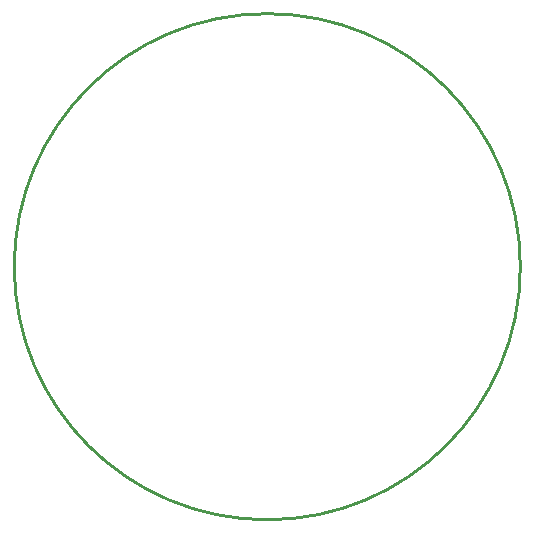
<source format=gbr>
G04 Layer_Color=16711935*
%FSLAX25Y25*%
%MOIN*%
%TF.FileFunction,Keep-out*%
%TF.Part,Single*%
G01*
G75*
%ADD26C,0.01000*%
D26*
X170551Y86201D02*
G03*
X170551Y86201I-84350J0D01*
G01*
X138500Y152000D02*
Y152500D01*
%TF.MD5,C23E785BA8EC4D6939060495A5EEFFB7*%
M02*

</source>
